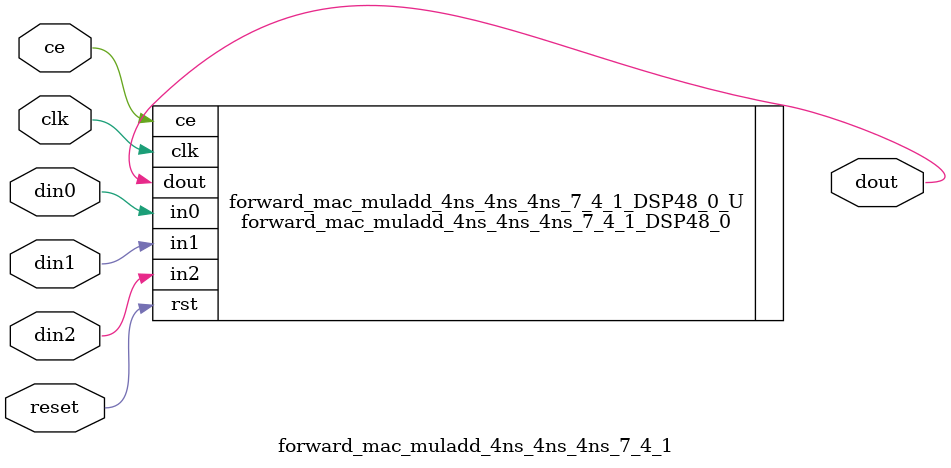
<source format=v>
module forward_mac_muladd_4ns_4ns_4ns_7_4_1(clk,reset,ce,din0,din1,din2,dout); 
parameter ID = 32'd1;
parameter NUM_STAGE = 32'd1;
parameter din0_WIDTH = 32'd1;
parameter din1_WIDTH = 32'd1;
parameter din2_WIDTH = 32'd1;
parameter dout_WIDTH = 32'd1;
input clk;
input reset;
input ce;
input[din0_WIDTH - 1:0] din0;
input[din1_WIDTH - 1:0] din1;
input[din2_WIDTH - 1:0] din2;
output[dout_WIDTH - 1:0] dout;
forward_mac_muladd_4ns_4ns_4ns_7_4_1_DSP48_0 forward_mac_muladd_4ns_4ns_4ns_7_4_1_DSP48_0_U(.clk( clk ),.rst( reset ),.ce( ce ),.in0( din0 ),.in1( din1 ),.in2( din2 ),.dout( dout ));
endmodule
</source>
